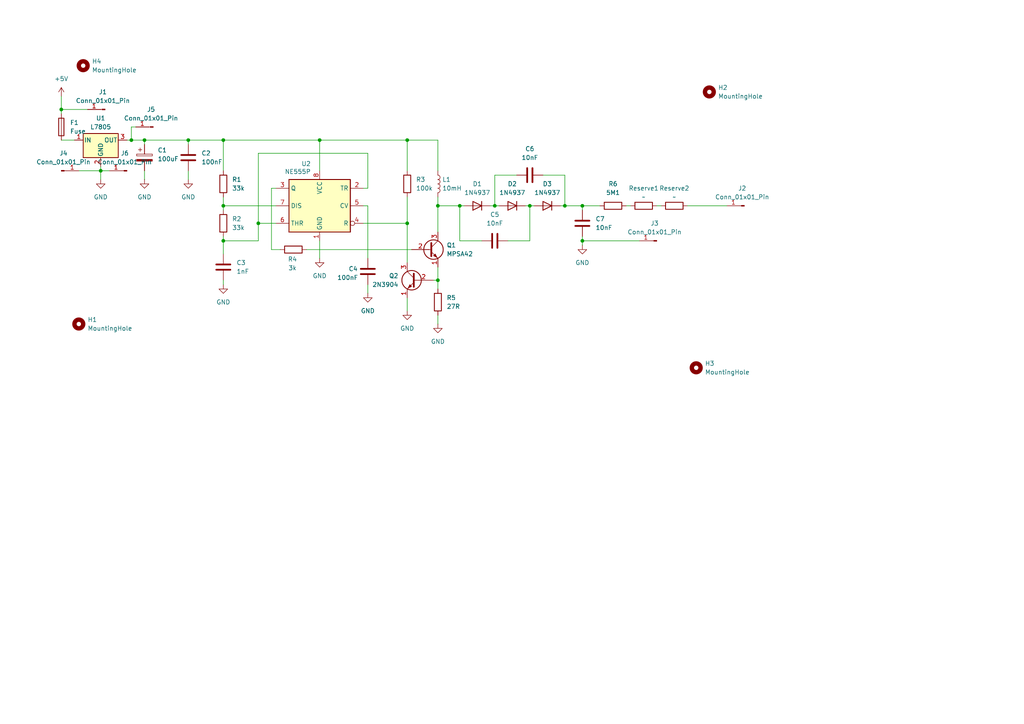
<source format=kicad_sch>
(kicad_sch (version 20231120) (generator "eeschema") (generator_version "8.0")
  (paper "A4")
  (lib_symbols
    (symbol "Connector:Conn_01x01_Pin" (pin_names (offset 1.016) hide)
      (property "Reference" "J" (at 0 2.54 0))
      (property "Value" "Conn_01x01_Pin" (at 0 -2.54 0))
      (symbol "Conn_01x01_Pin_1_1"
        (polyline (pts (xy 1.27 0) (xy 0.8636 0)) (stroke (width 0.1524)))
        (rectangle (start 0.8636 0.127) (end 0 -0.127) (stroke (width 0.1524)) (fill (type outline)))
        (pin passive line (at 5.08 0 180) (length 3.81) (name "Pin_1") (number "1"))
      )
    )
    (symbol "Device:C" (pin_numbers hide) (pin_names (offset 0.254))
      (property "Reference" "C" (at 0.635 2.54 0))
      (property "Value" "C" (at 0.635 -2.54 0))
      (symbol "C_0_1"
        (polyline (pts (xy -2.032 -0.762) (xy 2.032 -0.762)) (stroke (width 0.508)))
        (polyline (pts (xy -2.032 0.762) (xy 2.032 0.762)) (stroke (width 0.508)))
      )
      (symbol "C_1_1"
        (pin passive line (at 0 3.81 270) (length 2.794) (name "~") (number "1"))
        (pin passive line (at 0 -3.81 90) (length 2.794) (name "~") (number "2"))
      )
    )
    (symbol "Device:C_Polarized" (pin_numbers hide) (pin_names (offset 0.254))
      (property "Reference" "C" (at 0.635 2.54 0))
      (property "Value" "C_Polarized" (at 0.635 -2.54 0))
      (symbol "C_Polarized_0_1"
        (rectangle (start -2.286 0.508) (end 2.286 1.016))
        (polyline (pts (xy -1.778 2.286) (xy -0.762 2.286)))
        (polyline (pts (xy -1.27 2.794) (xy -1.27 1.778)))
        (rectangle (start 2.286 -0.508) (end -2.286 -1.016) (fill (type outline)))
      )
      (symbol "C_Polarized_1_1"
        (pin passive line (at 0 3.81 270) (length 2.794) (name "~") (number "1"))
        (pin passive line (at 0 -3.81 90) (length 2.794) (name "~") (number "2"))
      )
    )
    (symbol "Device:D" (pin_numbers hide) (pin_names (offset 1.016) hide)
      (property "Reference" "D" (at 0 2.54 0))
      (property "Value" "D" (at 0 -2.54 0))
      (symbol "D_0_1"
        (polyline (pts (xy -1.27 1.27) (xy -1.27 -1.27)) (stroke (width 0.254)))
        (polyline (pts (xy 1.27 0) (xy -1.27 0)))
        (polyline (pts (xy 1.27 1.27) (xy 1.27 -1.27) (xy -1.27 0) (xy 1.27 1.27)) (stroke (width 0.254)))
      )
      (symbol "D_1_1"
        (pin passive line (at -3.81 0 0) (length 2.54) (name "K") (number "1"))
        (pin passive line (at 3.81 0 180) (length 2.54) (name "A") (number "2"))
      )
    )
    (symbol "Device:Fuse" (pin_numbers hide) (pin_names (offset 0))
      (property "Reference" "F" (at 2.032 0 90))
      (property "Value" "Fuse" (at -1.905 0 90))
      (symbol "Fuse_0_1"
        (rectangle (start -0.762 -2.54) (end 0.762 2.54) (stroke (width 0.254)))
        (polyline (pts (xy 0 2.54) (xy 0 -2.54)))
      )
      (symbol "Fuse_1_1"
        (pin passive line (at 0 3.81 270) (length 1.27) (name "~") (number "1"))
        (pin passive line (at 0 -3.81 90) (length 1.27) (name "~") (number "2"))
      )
    )
    (symbol "Device:L" (pin_numbers hide) (pin_names (offset 1.016) hide)
      (property "Reference" "L" (at -1.27 0 90))
      (property "Value" "L" (at 1.905 0 90))
      (symbol "L_0_1"
        (arc (start 0 -2.54) (mid 0.6323 -1.905) (end 0 -1.27))
        (arc (start 0 -1.27) (mid 0.6323 -0.635) (end 0 0))
        (arc (start 0 0) (mid 0.6323 0.635) (end 0 1.27))
        (arc (start 0 1.27) (mid 0.6323 1.905) (end 0 2.54))
      )
      (symbol "L_1_1"
        (pin passive line (at 0 3.81 270) (length 1.27) (name "1") (number "1"))
        (pin passive line (at 0 -3.81 90) (length 1.27) (name "2") (number "2"))
      )
    )
    (symbol "Device:R" (pin_numbers hide) (pin_names (offset 0))
      (property "Reference" "R" (at 2.032 0 90))
      (property "Value" "R" (at 0 0 90))
      (symbol "R_0_1"
        (rectangle (start -1.016 -2.54) (end 1.016 2.54) (stroke (width 0.254)))
      )
      (symbol "R_1_1"
        (pin passive line (at 0 3.81 270) (length 1.27) (name "~") (number "1"))
        (pin passive line (at 0 -3.81 90) (length 1.27) (name "~") (number "2"))
      )
    )
    (symbol "Mechanical:MountingHole" (pin_names (offset 1.016)) (exclude_from_sim yes) (in_bom no)
      (property "Reference" "H" (at 0 5.08 0))
      (property "Value" "MountingHole" (at 0 3.175 0))
      (symbol "MountingHole_0_1"
        (circle (center 0 0) (radius 1.27) (stroke (width 1.27)))
      )
    )
    (symbol "Regulator_Linear:L7805" (pin_names (offset 0.254))
      (property "Reference" "U" (at -3.81 3.175 0))
      (property "Value" "L7805" (at 0 3.175 0))
      (symbol "L7805_0_1"
        (rectangle (start -5.08 1.905) (end 5.08 -5.08) (stroke (width 0.254)) (fill (type background)))
      )
      (symbol "L7805_1_1"
        (pin power_in line (at -7.62 0 0) (length 2.54) (name "IN") (number "1"))
        (pin power_in line (at 0 -7.62 90) (length 2.54) (name "GND") (number "2"))
        (pin power_out line (at 7.62 0 180) (length 2.54) (name "OUT") (number "3"))
      )
    )
    (symbol "Timer:NE555P"
      (property "Reference" "U" (at -10.16 8.89 0))
      (property "Value" "NE555P" (at 2.54 8.89 0))
      (symbol "NE555P_0_0"
        (pin power_in line (at 0 -10.16 90) (length 2.54) (name "GND") (number "1"))
        (pin power_in line (at 0 10.16 270) (length 2.54) (name "VCC") (number "8"))
      )
      (symbol "NE555P_0_1"
        (rectangle (start -8.89 -7.62) (end 8.89 7.62) (stroke (width 0.254)) (fill (type background)))
        (rectangle (start -8.89 -7.62) (end 8.89 7.62) (stroke (width 0.254)) (fill (type background)))
      )
      (symbol "NE555P_1_1"
        (pin input line (at -12.7 5.08 0) (length 3.81) (name "TR") (number "2"))
        (pin output line (at 12.7 5.08 180) (length 3.81) (name "Q") (number "3"))
        (pin input inverted (at -12.7 -5.08 0) (length 3.81) (name "R") (number "4"))
        (pin input line (at -12.7 0 0) (length 3.81) (name "CV") (number "5"))
        (pin input line (at 12.7 -5.08 180) (length 3.81) (name "THR") (number "6"))
        (pin input line (at 12.7 0 180) (length 3.81) (name "DIS") (number "7"))
      )
    )
    (symbol "Transistor_BJT:2N3904" (pin_names (offset 0) hide)
      (property "Reference" "Q" (at 5.08 1.905 0))
      (property "Value" "2N3904" (at 5.08 0 0))
      (symbol "2N3904_0_1"
        (polyline (pts (xy 0.635 0.635) (xy 2.54 2.54)))
        (polyline (pts (xy 0.635 -0.635) (xy 2.54 -2.54) (xy 2.54 -2.54)))
        (polyline (pts (xy 0.635 1.905) (xy 0.635 -1.905) (xy 0.635 -1.905)) (stroke (width 0.508)))
        (polyline (pts (xy 1.27 -1.778) (xy 1.778 -1.27) (xy 2.286 -2.286) (xy 1.27 -1.778) (xy 1.27 -1.778)) (fill (type outline)))
        (circle (center 1.27 0) (radius 2.8194) (stroke (width 0.254)))
      )
      (symbol "2N3904_1_1"
        (pin passive line (at 2.54 -5.08 90) (length 2.54) (name "E") (number "1"))
        (pin passive line (at -5.08 0 0) (length 5.715) (name "B") (number "2"))
        (pin passive line (at 2.54 5.08 270) (length 2.54) (name "C") (number "3"))
      )
    )
    (symbol "Transistor_BJT:MPSA42" (pin_names (offset 1.016) hide)
      (property "Reference" "Q" (at 5.08 1.905 0))
      (property "Value" "MPSA42" (at 5.08 0 0))
      (symbol "MPSA42_0_1"
        (polyline (pts (xy 0 0) (xy 0.635 0)))
        (polyline (pts (xy 0.635 0.635) (xy 2.54 2.54)))
        (polyline (pts (xy 0.635 -0.635) (xy 2.54 -2.54) (xy 2.54 -2.54)))
        (polyline (pts (xy 0.635 1.905) (xy 0.635 -1.905) (xy 0.635 -1.905)) (stroke (width 0.508)))
        (polyline (pts (xy 1.27 -1.778) (xy 1.778 -1.27) (xy 2.286 -2.286) (xy 1.27 -1.778) (xy 1.27 -1.778)) (fill (type outline)))
        (circle (center 1.27 0) (radius 2.8194) (stroke (width 0.254)))
      )
      (symbol "MPSA42_1_1"
        (pin passive line (at 2.54 -5.08 90) (length 2.54) (name "E") (number "1"))
        (pin input line (at -5.08 0 0) (length 5.08) (name "B") (number "2"))
        (pin passive line (at 2.54 5.08 270) (length 2.54) (name "C") (number "3"))
      )
    )
    (symbol "power:+5V" (power) (pin_numbers hide) (pin_names (offset 0) hide)
      (property "Value" "+5V" (at 0 3.556 0))
      (symbol "+5V_0_1"
        (polyline (pts (xy -0.762 1.27) (xy 0 2.54)))
        (polyline (pts (xy 0 0) (xy 0 2.54)))
        (polyline (pts (xy 0 2.54) (xy 0.762 1.27)))
      )
      (symbol "+5V_1_1"
        (pin power_in line (at 0 0 90) (length 0) (name "~") (number "1"))
      )
    )
    (symbol "power:GND" (power) (pin_numbers hide) (pin_names (offset 0) hide)
      (property "Value" "GND" (at 0 -3.81 0))
      (symbol "GND_0_1"
        (polyline (pts (xy 0 0) (xy 0 -1.27) (xy 1.27 -1.27) (xy 0 -2.54) (xy -1.27 -1.27) (xy 0 -1.27)))
      )
      (symbol "GND_1_1"
        (pin power_in line (at 0 0 270) (length 0) (name "~") (number "1"))
      )
    )
  )
  (junction (at 41.91 40.64))
  (junction (at 118.11 64.77))
  (junction (at 153.67 59.69))
  (junction (at 163.83 59.69))
  (junction (at 168.91 69.85))
  (junction (at 127 81.28))
  (junction (at 54.61 40.64))
  (junction (at 64.77 69.85))
  (junction (at 168.91 59.69))
  (junction (at 64.77 40.64))
  (junction (at 29.21 49.53))
  (junction (at 92.71 40.64))
  (junction (at 143.51 59.69))
  (junction (at 38.1 40.64))
  (junction (at 127 59.69))
  (junction (at 118.11 40.64))
  (junction (at 74.93 64.77))
  (junction (at 17.78 31.75))
  (junction (at 64.77 59.69))
  (junction (at 133.35 59.69))
  (wire (pts (xy 118.11 86.36) (xy 118.11 90.17)))
  (wire (pts (xy 92.71 74.93) (xy 92.71 69.85)))
  (wire (pts (xy 74.93 64.77) (xy 80.01 64.77)))
  (wire (pts (xy 106.68 82.55) (xy 106.68 85.09)))
  (wire (pts (xy 133.35 59.69) (xy 134.62 59.69)))
  (wire (pts (xy 127 81.28) (xy 127 77.47)))
  (wire (pts (xy 64.77 40.64) (xy 64.77 49.53)))
  (wire (pts (xy 139.7 69.85) (xy 133.35 69.85)))
  (wire (pts (xy 105.41 64.77) (xy 118.11 64.77)))
  (wire (pts (xy 78.74 54.61) (xy 78.74 72.39)))
  (wire (pts (xy 105.41 54.61) (xy 106.68 54.61)))
  (wire (pts (xy 80.01 54.61) (xy 78.74 54.61)))
  (wire (pts (xy 181.61 59.69) (xy 182.88 59.69)))
  (wire (pts (xy 38.1 40.64) (xy 36.83 40.64)))
  (wire (pts (xy 54.61 52.07) (xy 54.61 49.53)))
  (wire (pts (xy 92.71 40.64) (xy 118.11 40.64)))
  (wire (pts (xy 118.11 64.77) (xy 118.11 76.2)))
  (wire (pts (xy 168.91 59.69) (xy 173.99 59.69)))
  (wire (pts (xy 162.56 59.69) (xy 163.83 59.69)))
  (wire (pts (xy 143.51 59.69) (xy 144.78 59.69)))
  (wire (pts (xy 163.83 50.8) (xy 163.83 59.69)))
  (wire (pts (xy 118.11 57.15) (xy 118.11 64.77)))
  (wire (pts (xy 157.48 50.8) (xy 163.83 50.8)))
  (wire (pts (xy 127 59.69) (xy 127 67.31)))
  (wire (pts (xy 17.78 31.75) (xy 25.4 31.75)))
  (wire (pts (xy 17.78 27.94) (xy 17.78 31.75)))
  (wire (pts (xy 152.4 59.69) (xy 153.67 59.69)))
  (wire (pts (xy 168.91 69.85) (xy 168.91 68.58)))
  (wire (pts (xy 143.51 50.8) (xy 143.51 59.69)))
  (wire (pts (xy 29.21 49.53) (xy 29.21 48.26)))
  (wire (pts (xy 41.91 40.64) (xy 54.61 40.64)))
  (wire (pts (xy 74.93 44.45) (xy 106.68 44.45)))
  (wire (pts (xy 199.39 59.69) (xy 210.82 59.69)))
  (wire (pts (xy 64.77 68.58) (xy 64.77 69.85)))
  (wire (pts (xy 142.24 59.69) (xy 143.51 59.69)))
  (wire (pts (xy 74.93 64.77) (xy 74.93 44.45)))
  (wire (pts (xy 106.68 59.69) (xy 105.41 59.69)))
  (wire (pts (xy 64.77 59.69) (xy 64.77 60.96)))
  (wire (pts (xy 41.91 40.64) (xy 41.91 41.91)))
  (wire (pts (xy 153.67 69.85) (xy 153.67 59.69)))
  (wire (pts (xy 64.77 59.69) (xy 80.01 59.69)))
  (wire (pts (xy 17.78 31.75) (xy 17.78 33.02)))
  (wire (pts (xy 92.71 40.64) (xy 92.71 49.53)))
  (wire (pts (xy 64.77 69.85) (xy 74.93 69.85)))
  (wire (pts (xy 41.91 40.64) (xy 38.1 40.64)))
  (wire (pts (xy 38.1 36.83) (xy 38.1 40.64)))
  (wire (pts (xy 127 81.28) (xy 125.73 81.28)))
  (wire (pts (xy 118.11 40.64) (xy 127 40.64)))
  (wire (pts (xy 31.75 49.53) (xy 29.21 49.53)))
  (wire (pts (xy 22.86 49.53) (xy 29.21 49.53)))
  (wire (pts (xy 168.91 59.69) (xy 168.91 60.96)))
  (wire (pts (xy 127 81.28) (xy 127 83.82)))
  (wire (pts (xy 39.37 36.83) (xy 38.1 36.83)))
  (wire (pts (xy 127 59.69) (xy 133.35 59.69)))
  (wire (pts (xy 153.67 59.69) (xy 154.94 59.69)))
  (wire (pts (xy 88.9 72.39) (xy 119.38 72.39)))
  (wire (pts (xy 149.86 50.8) (xy 143.51 50.8)))
  (wire (pts (xy 64.77 69.85) (xy 64.77 73.66)))
  (wire (pts (xy 127 40.64) (xy 127 49.53)))
  (wire (pts (xy 29.21 52.07) (xy 29.21 49.53)))
  (wire (pts (xy 133.35 69.85) (xy 133.35 59.69)))
  (wire (pts (xy 190.5 59.69) (xy 191.77 59.69)))
  (wire (pts (xy 147.32 69.85) (xy 153.67 69.85)))
  (wire (pts (xy 127 57.15) (xy 127 59.69)))
  (wire (pts (xy 41.91 49.53) (xy 41.91 52.07)))
  (wire (pts (xy 168.91 69.85) (xy 185.42 69.85)))
  (wire (pts (xy 54.61 40.64) (xy 54.61 41.91)))
  (wire (pts (xy 74.93 69.85) (xy 74.93 64.77)))
  (wire (pts (xy 168.91 71.12) (xy 168.91 69.85)))
  (wire (pts (xy 17.78 40.64) (xy 21.59 40.64)))
  (wire (pts (xy 163.83 59.69) (xy 168.91 59.69)))
  (wire (pts (xy 118.11 40.64) (xy 118.11 49.53)))
  (wire (pts (xy 64.77 57.15) (xy 64.77 59.69)))
  (wire (pts (xy 106.68 74.93) (xy 106.68 59.69)))
  (wire (pts (xy 127 91.44) (xy 127 93.98)))
  (wire (pts (xy 54.61 40.64) (xy 64.77 40.64)))
  (wire (pts (xy 78.74 72.39) (xy 81.28 72.39)))
  (wire (pts (xy 64.77 40.64) (xy 92.71 40.64)))
  (wire (pts (xy 64.77 82.55) (xy 64.77 81.28)))
  (wire (pts (xy 106.68 44.45) (xy 106.68 54.61)))
  (symbol (lib_id "power:+5V") (at 17.78 27.94 0) (unit 1)
    (property "Reference" "#PWR01" (effects (hide yes)))
    (property "Value" "+5V" (at 17.78 22.86 0))
    (property "Description" "Power symbol creates a global label with name \"+5V\"" (effects (hide yes)))
  )
  (symbol (lib_id "Mechanical:MountingHole") (at 205.74 26.67 0) (unit 1) (exclude_from_sim yes) (in_bom no)
    (property "Reference" "H2" (at 208.28 25.3999 0) (effects (justify left)))
    (property "Value" "MountingHole" (at 208.28 27.9399 0) (effects (justify left)))
    (property "Footprint" "MountingHole:MountingHole_3.2mm_M3" (effects (hide yes)))
    (property "Description" "Mounting Hole without connection" (effects (hide yes)))
  )
  (symbol (lib_id "Connector:Conn_01x01_Pin") (at 36.83 49.53 0) (mirror y) (unit 1)
    (property "Reference" "J6" (at 36.195 44.45 0))
    (property "Value" "Conn_01x01_Pin" (at 36.195 46.99 0))
    (property "Footprint" "Connector_Wire:SolderWire-1sqmm_1x01_D1.4mm_OD3.9mm" (effects (hide yes)))
    (property "Description" "Generic connector, single row, 01x01, script generated" (effects (hide yes)))
  )
  (symbol (lib_id "Device:C_Polarized") (at 41.91 45.72 0) (unit 1)
    (property "Reference" "C1" (at 45.72 43.5609 0) (effects (justify left)))
    (property "Value" "100uF" (at 45.72 46.1009 0) (effects (justify left)))
    (property "Footprint" "Capacitor_THT:CP_Radial_Tantal_D5.0mm_P5.00mm" (effects (hide yes)))
    (property "Description" "Polarized capacitor" (effects (hide yes)))
  )
  (symbol (lib_id "Device:C") (at 153.67 50.8 90) (unit 1)
    (property "Reference" "C6" (at 153.67 43.18 90))
    (property "Value" "10nF" (at 153.67 45.72 90))
    (property "Footprint" "Capacitor_THT:C_Disc_D5.0mm_W2.5mm_P5.00mm" (effects (hide yes)))
    (property "Description" "Unpolarized capacitor" (effects (hide yes)))
  )
  (symbol (lib_id "Device:R") (at 177.8 59.69 90) (unit 1)
    (property "Reference" "R6" (at 177.8 53.34 90))
    (property "Value" "5M1" (at 177.8 55.88 90))
    (property "Footprint" "Resistor_THT:R_Axial_DIN0207_L6.3mm_D2.5mm_P10.16mm_Horizontal" (effects (hide yes)))
    (property "Description" "Resistor" (effects (hide yes)))
  )
  (symbol (lib_id "Connector:Conn_01x01_Pin") (at 30.48 31.75 0) (mirror y) (unit 1)
    (property "Reference" "J1" (at 29.845 26.67 0))
    (property "Value" "Conn_01x01_Pin" (at 29.845 29.21 0))
    (property "Footprint" "Connector_Wire:SolderWire-1sqmm_1x01_D1.4mm_OD3.9mm" (effects (hide yes)))
    (property "Description" "Generic connector, single row, 01x01, script generated" (effects (hide yes)))
  )
  (symbol (lib_id "Mechanical:MountingHole") (at 22.86 93.98 0) (unit 1) (exclude_from_sim yes) (in_bom no)
    (property "Reference" "H1" (at 25.4 92.7099 0) (effects (justify left)))
    (property "Value" "MountingHole" (at 25.4 95.2499 0) (effects (justify left)))
    (property "Footprint" "MountingHole:MountingHole_3.2mm_M3" (effects (hide yes)))
    (property "Description" "Mounting Hole without connection" (effects (hide yes)))
  )
  (symbol (lib_id "Mechanical:MountingHole") (at 201.93 106.68 0) (unit 1) (exclude_from_sim yes) (in_bom no)
    (property "Reference" "H3" (at 204.47 105.4099 0) (effects (justify left)))
    (property "Value" "MountingHole" (at 204.47 107.9499 0) (effects (justify left)))
    (property "Footprint" "MountingHole:MountingHole_3.2mm_M3" (effects (hide yes)))
    (property "Description" "Mounting Hole without connection" (effects (hide yes)))
  )
  (symbol (lib_id "power:GND") (at 118.11 90.17 0) (unit 1)
    (property "Reference" "#PWR06" (effects (hide yes)))
    (property "Value" "GND" (at 118.11 95.25 0))
    (property "Description" "Power symbol creates a global label with name \"GND\" , ground" (effects (hide yes)))
  )
  (symbol (lib_id "power:GND") (at 168.91 71.12 0) (unit 1)
    (property "Reference" "#PWR07" (effects (hide yes)))
    (property "Value" "GND" (at 168.91 76.2 0))
    (property "Description" "Power symbol creates a global label with name \"GND\" , ground" (effects (hide yes)))
  )
  (symbol (lib_id "Device:R") (at 186.69 59.69 90) (unit 1)
    (property "Reference" "Reserve1" (at 186.69 54.61 90))
    (property "Value" "~" (at 186.69 57.15 90))
    (property "Footprint" "Resistor_THT:R_Axial_DIN0207_L6.3mm_D2.5mm_P10.16mm_Horizontal" (effects (hide yes)))
    (property "Description" "Resistor" (effects (hide yes)))
  )
  (symbol (lib_id "Transistor_BJT:MPSA42") (at 124.46 72.39 0) (unit 1)
    (property "Reference" "Q1" (at 129.54 71.1199 0) (effects (justify left)))
    (property "Value" "MPSA42" (at 129.54 73.6599 0) (effects (justify left)))
    (property "Footprint" "Package_TO_SOT_THT:TO-92_Inline_Wide" (effects (hide yes)))
    (property "Datasheet" "http://www.onsemi.com/pub_link/Collateral/MPSA42-D.PDF" (effects (hide yes)))
    (property "Description" "0.5A Ic, 300V Vce, NPN High Voltage Transistor, TO-92" (effects (hide yes)))
  )
  (symbol (lib_id "Device:C") (at 64.77 77.47 0) (unit 1)
    (property "Reference" "C3" (at 68.58 76.1999 0) (effects (justify left)))
    (property "Value" "1nF" (at 68.58 78.7399 0) (effects (justify left)))
    (property "Footprint" "Capacitor_THT:C_Disc_D5.0mm_W2.5mm_P2.50mm" (effects (hide yes)))
    (property "Description" "Unpolarized capacitor" (effects (hide yes)))
  )
  (symbol (lib_id "power:GND") (at 54.61 52.07 0) (unit 1)
    (property "Reference" "#PWR03" (effects (hide yes)))
    (property "Value" "GND" (at 54.61 57.15 0))
    (property "Description" "Power symbol creates a global label with name \"GND\" , ground" (effects (hide yes)))
  )
  (symbol (lib_id "Transistor_BJT:2N3904") (at 120.65 81.28 0) (mirror y) (unit 1)
    (property "Reference" "Q2" (at 115.57 80.0099 0) (effects (justify left)))
    (property "Value" "2N3904" (at 115.57 82.5499 0) (effects (justify left)))
    (property "Footprint" "Package_TO_SOT_THT:TO-92_Inline_Wide" (effects (hide yes)))
    (property "Datasheet" "https://www.onsemi.com/pub/Collateral/2N3903-D.PDF" (effects (hide yes)))
    (property "Description" "0.2A Ic, 40V Vce, Small Signal NPN Transistor, TO-92" (effects (hide yes)))
  )
  (symbol (lib_id "Connector:Conn_01x01_Pin") (at 215.9 59.69 0) (mirror y) (unit 1)
    (property "Reference" "J2" (at 215.265 54.61 0))
    (property "Value" "Conn_01x01_Pin" (at 215.265 57.15 0))
    (property "Footprint" "Connector_Wire:SolderWire-1sqmm_1x01_D1.4mm_OD3.9mm" (effects (hide yes)))
    (property "Description" "Generic connector, single row, 01x01, script generated" (effects (hide yes)))
  )
  (symbol (lib_id "Device:R") (at 64.77 64.77 0) (unit 1)
    (property "Reference" "R2" (at 67.31 63.4999 0) (effects (justify left)))
    (property "Value" "33k" (at 67.31 66.0399 0) (effects (justify left)))
    (property "Footprint" "Resistor_THT:R_Axial_DIN0207_L6.3mm_D2.5mm_P10.16mm_Horizontal" (effects (hide yes)))
    (property "Description" "Resistor" (effects (hide yes)))
  )
  (symbol (lib_id "Device:R") (at 118.11 53.34 0) (unit 1)
    (property "Reference" "R3" (at 120.65 52.0699 0) (effects (justify left)))
    (property "Value" "100k" (at 120.65 54.6099 0) (effects (justify left)))
    (property "Footprint" "Resistor_THT:R_Axial_DIN0207_L6.3mm_D2.5mm_P10.16mm_Horizontal" (effects (hide yes)))
    (property "Description" "Resistor" (effects (hide yes)))
  )
  (symbol (lib_id "Device:D") (at 148.59 59.69 180) (unit 1)
    (property "Reference" "D2" (at 148.59 53.34 0))
    (property "Value" "1N4937" (at 148.59 55.88 0))
    (property "Footprint" "Diode_THT:D_DO-41_SOD81_P7.62mm_Horizontal" (effects (hide yes)))
    (property "Description" "Diode" (effects (hide yes)))
    (property "Sim.Device" "D" (effects (hide yes)))
    (property "Sim.Pins" "1=K 2=A" (effects (hide yes)))
  )
  (symbol (lib_id "power:GND") (at 92.71 74.93 0) (unit 1)
    (property "Reference" "#PWR04" (effects (hide yes)))
    (property "Value" "GND" (at 92.71 80.01 0))
    (property "Description" "Power symbol creates a global label with name \"GND\" , ground" (effects (hide yes)))
  )
  (symbol (lib_id "Regulator_Linear:L7805") (at 29.21 40.64 0) (unit 1)
    (property "Reference" "U1" (at 29.21 34.29 0))
    (property "Value" "L7805" (at 29.21 36.83 0))
    (property "Footprint" "Package_TO_SOT_THT:TO-220-3_Vertical" (effects (hide yes)))
    (property "Datasheet" "http://www.st.com/content/ccc/resource/technical/document/datasheet/41/4f/b3/b0/12/d4/47/88/CD00000444.pdf/files/CD00000444.pdf/jcr:content/translations/en.CD00000444.pdf" (effects (hide yes)))
    (property "Description" "Positive 1.5A 35V Linear Regulator, Fixed Output 5V, TO-220/TO-263/TO-252" (effects (hide yes)))
  )
  (symbol (lib_id "power:GND") (at 106.68 85.09 0) (unit 1)
    (property "Reference" "#PWR09" (effects (hide yes)))
    (property "Value" "GND" (at 106.68 90.17 0))
    (property "Description" "Power symbol creates a global label with name \"GND\" , ground" (effects (hide yes)))
  )
  (symbol (lib_id "Device:C") (at 168.91 64.77 0) (unit 1)
    (property "Reference" "C7" (at 172.72 63.4999 0) (effects (justify left)))
    (property "Value" "10nF" (at 172.72 66.0399 0) (effects (justify left)))
    (property "Footprint" "Capacitor_THT:C_Disc_D5.0mm_W2.5mm_P5.00mm" (effects (hide yes)))
    (property "Description" "Unpolarized capacitor" (effects (hide yes)))
  )
  (symbol (lib_id "power:GND") (at 127 93.98 0) (unit 1)
    (property "Reference" "#PWR010" (effects (hide yes)))
    (property "Value" "GND" (at 127 99.06 0))
    (property "Description" "Power symbol creates a global label with name \"GND\" , ground" (effects (hide yes)))
  )
  (symbol (lib_id "Device:C") (at 143.51 69.85 90) (unit 1)
    (property "Reference" "C5" (at 143.51 62.23 90))
    (property "Value" "10nF" (at 143.51 64.77 90))
    (property "Footprint" "Capacitor_THT:C_Disc_D5.0mm_W2.5mm_P5.00mm" (effects (hide yes)))
    (property "Description" "Unpolarized capacitor" (effects (hide yes)))
  )
  (symbol (lib_id "Device:D") (at 138.43 59.69 180) (unit 1)
    (property "Reference" "D1" (at 138.43 53.34 0))
    (property "Value" "1N4937" (at 138.43 55.88 0))
    (property "Footprint" "Diode_THT:D_DO-41_SOD81_P7.62mm_Horizontal" (effects (hide yes)))
    (property "Description" "Diode" (effects (hide yes)))
    (property "Sim.Device" "D" (effects (hide yes)))
    (property "Sim.Pins" "1=K 2=A" (effects (hide yes)))
  )
  (symbol (lib_id "Device:R") (at 127 87.63 0) (unit 1)
    (property "Reference" "R5" (at 129.54 86.3599 0) (effects (justify left)))
    (property "Value" "27R" (at 129.54 88.8999 0) (effects (justify left)))
    (property "Footprint" "Resistor_THT:R_Axial_DIN0516_L15.5mm_D5.0mm_P30.48mm_Horizontal" (effects (hide yes)))
    (property "Description" "Resistor" (effects (hide yes)))
  )
  (symbol (lib_id "Device:R") (at 64.77 53.34 180) (unit 1)
    (property "Reference" "R1" (at 67.31 52.0699 0) (effects (justify right)))
    (property "Value" "33k" (at 67.31 54.6099 0) (effects (justify right)))
    (property "Footprint" "Resistor_THT:R_Axial_DIN0207_L6.3mm_D2.5mm_P10.16mm_Horizontal" (effects (hide yes)))
    (property "Description" "Resistor" (effects (hide yes)))
  )
  (symbol (lib_id "Device:Fuse") (at 17.78 36.83 0) (unit 1)
    (property "Reference" "F1" (at 20.32 35.5599 0) (effects (justify left)))
    (property "Value" "Fuse" (at 20.32 38.0999 0) (effects (justify left)))
    (property "Footprint" "Fuse:Fuseholder_Cylinder-5x20mm_Stelvio-Kontek_PTF78_Horizontal_Open" (effects (hide yes)))
    (property "Description" "Fuse" (effects (hide yes)))
  )
  (symbol (lib_id "Device:L") (at 127 53.34 0) (unit 1)
    (property "Reference" "L1" (at 128.27 52.0699 0) (effects (justify left)))
    (property "Value" "10mH" (at 128.27 54.6099 0) (effects (justify left)))
    (property "Footprint" "Inductor_THT:L_Radial_D10.5mm_P5.00mm_Abacron_AISR-01" (effects (hide yes)))
    (property "Description" "Inductor" (effects (hide yes)))
  )
  (symbol (lib_id "Device:C") (at 54.61 45.72 0) (unit 1)
    (property "Reference" "C2" (at 58.42 44.4499 0) (effects (justify left)))
    (property "Value" "100nF" (at 58.42 46.9899 0) (effects (justify left)))
    (property "Footprint" "Capacitor_THT:C_Disc_D3.0mm_W2.0mm_P2.50mm" (effects (hide yes)))
    (property "Description" "Unpolarized capacitor" (effects (hide yes)))
  )
  (symbol (lib_id "power:GND") (at 29.21 52.07 0) (unit 1)
    (property "Reference" "#PWR08" (effects (hide yes)))
    (property "Value" "GND" (at 29.21 57.15 0))
    (property "Description" "Power symbol creates a global label with name \"GND\" , ground" (effects (hide yes)))
  )
  (symbol (lib_id "Connector:Conn_01x01_Pin") (at 190.5 69.85 0) (mirror y) (unit 1)
    (property "Reference" "J3" (at 189.865 64.77 0))
    (property "Value" "Conn_01x01_Pin" (at 189.865 67.31 0))
    (property "Footprint" "Connector_Wire:SolderWire-1sqmm_1x01_D1.4mm_OD3.9mm" (effects (hide yes)))
    (property "Description" "Generic connector, single row, 01x01, script generated" (effects (hide yes)))
  )
  (symbol (lib_id "power:GND") (at 64.77 82.55 0) (unit 1)
    (property "Reference" "#PWR05" (effects (hide yes)))
    (property "Value" "GND" (at 64.77 87.63 0))
    (property "Description" "Power symbol creates a global label with name \"GND\" , ground" (effects (hide yes)))
  )
  (symbol (lib_id "Mechanical:MountingHole") (at 24.13 19.05 0) (unit 1) (exclude_from_sim yes) (in_bom no)
    (property "Reference" "H4" (at 26.67 17.7799 0) (effects (justify left)))
    (property "Value" "MountingHole" (at 26.67 20.3199 0) (effects (justify left)))
    (property "Footprint" "MountingHole:MountingHole_3.2mm_M3" (effects (hide yes)))
    (property "Description" "Mounting Hole without connection" (effects (hide yes)))
  )
  (symbol (lib_id "Device:D") (at 158.75 59.69 180) (unit 1)
    (property "Reference" "D3" (at 158.75 53.34 0))
    (property "Value" "1N4937" (at 158.75 55.88 0))
    (property "Footprint" "Diode_THT:D_DO-41_SOD81_P7.62mm_Horizontal" (effects (hide yes)))
    (property "Description" "Diode" (effects (hide yes)))
    (property "Sim.Device" "D" (effects (hide yes)))
    (property "Sim.Pins" "1=K 2=A" (effects (hide yes)))
  )
  (symbol (lib_id "Connector:Conn_01x01_Pin") (at 17.78 49.53 0) (unit 1)
    (property "Reference" "J4" (at 18.415 44.45 0))
    (property "Value" "Conn_01x01_Pin" (at 18.415 46.99 0))
    (property "Footprint" "Connector_Wire:SolderWire-1sqmm_1x01_D1.4mm_OD3.9mm" (effects (hide yes)))
    (property "Description" "Generic connector, single row, 01x01, script generated" (effects (hide yes)))
  )
  (symbol (lib_id "Connector:Conn_01x01_Pin") (at 44.45 36.83 0) (mirror y) (unit 1)
    (property "Reference" "J5" (at 43.815 31.75 0))
    (property "Value" "Conn_01x01_Pin" (at 43.815 34.29 0))
    (property "Footprint" "Connector_Wire:SolderWire-1sqmm_1x01_D1.4mm_OD3.9mm" (effects (hide yes)))
    (property "Description" "Generic connector, single row, 01x01, script generated" (effects (hide yes)))
  )
  (symbol (lib_id "power:GND") (at 41.91 52.07 0) (unit 1)
    (property "Reference" "#PWR02" (effects (hide yes)))
    (property "Value" "GND" (at 41.91 57.15 0))
    (property "Description" "Power symbol creates a global label with name \"GND\" , ground" (effects (hide yes)))
  )
  (symbol (lib_id "Timer:NE555P") (at 92.71 59.69 0) (mirror y) (unit 1)
    (property "Reference" "U2" (at 90.17 47.498 0) (effects (justify left)))
    (property "Value" "NE555P" (at 90.17 49.784 0) (effects (justify left)))
    (property "Footprint" "Package_DIP:DIP-8_W7.62mm_Socket" (effects (hide yes)))
    (property "Datasheet" "http://www.ti.com/lit/ds/symlink/ne555.pdf" (effects (hide yes)))
    (property "Description" "Precision Timers, 555 compatible,  PDIP-8" (effects (hide yes)))
  )
  (symbol (lib_id "Device:R") (at 195.58 59.69 90) (unit 1)
    (property "Reference" "Reserve2" (at 195.58 54.61 90))
    (property "Value" "~" (at 195.58 57.15 90))
    (property "Footprint" "Resistor_THT:R_Axial_DIN0207_L6.3mm_D2.5mm_P10.16mm_Horizontal" (effects (hide yes)))
    (property "Description" "Resistor" (effects (hide yes)))
  )
  (symbol (lib_id "Device:C") (at 106.68 78.74 0) (unit 1)
    (property "Reference" "C4" (at 101.092 77.978 0) (effects (justify left)))
    (property "Value" "100nF" (at 97.79 80.518 0) (effects (justify left)))
    (property "Footprint" "Capacitor_THT:C_Disc_D4.3mm_W1.9mm_P5.00mm" (effects (hide yes)))
    (property "Description" "Unpolarized capacitor" (effects (hide yes)))
  )
  (symbol (lib_id "Device:R") (at 85.09 72.39 270) (unit 1)
    (property "Reference" "R4" (at 84.836 75.184 90))
    (property "Value" "3k" (at 84.836 77.724 90))
    (property "Footprint" "Resistor_THT:R_Axial_DIN0207_L6.3mm_D2.5mm_P10.16mm_Horizontal" (effects (hide yes)))
    (property "Description" "Resistor" (effects (hide yes)))
  )
)
</source>
